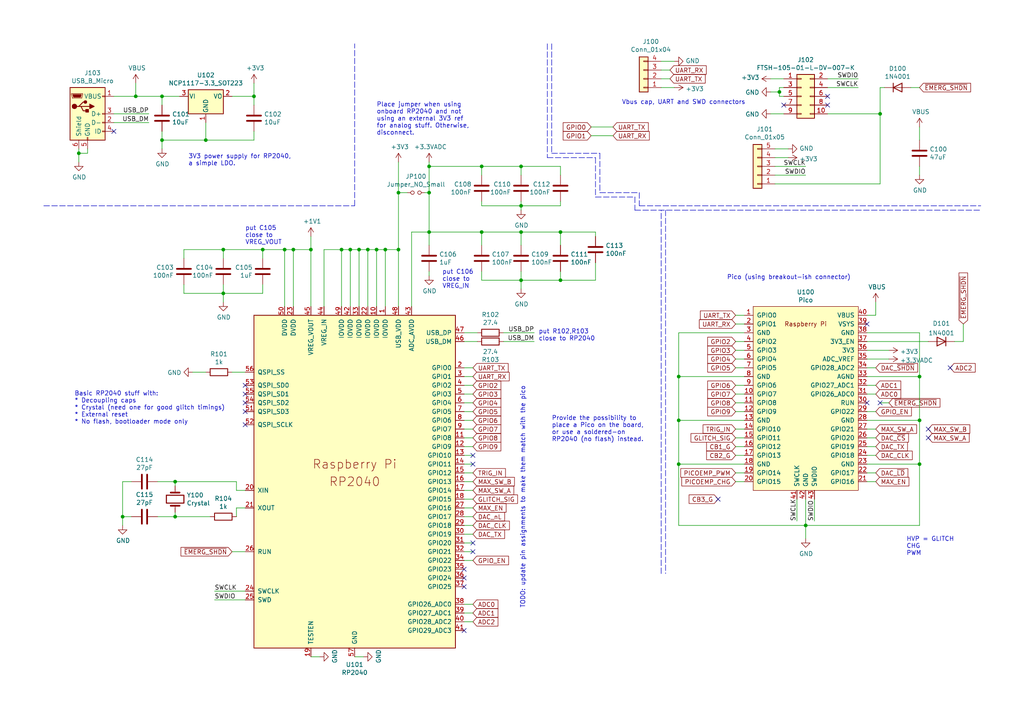
<source format=kicad_sch>
(kicad_sch (version 20211123) (generator eeschema)
  (paper "A4")
  (lib_symbols
    (symbol "Connector:USB_B_Micro" (pin_names (offset 1.016))
      (property "Reference" "J" (at -5.08 11.43 0))
      (property "Value" "USB_B_Micro" (at -5.08 8.89 0))
      (symbol "USB_B_Micro_1_1"
        (pin power_out line (at 7.62 5.08 180) (length 2.54) (name "VBUS") (number "1"))
        (pin bidirectional line (at 7.62 -2.54 180) (length 2.54) (name "D-") (number "2"))
        (pin bidirectional line (at 7.62 0 180) (length 2.54) (name "D+") (number "3"))
        (pin passive line (at 7.62 -5.08 180) (length 2.54) (name "ID") (number "4"))
        (pin power_out line (at 0 -10.16 90) (length 2.54) (name "GND") (number "5"))
        (pin passive line (at -2.54 -10.16 90) (length 2.54) (name "Shield") (number "6"))
      )
    )
    (symbol "Connector_Generic:Conn_01x04" (pin_names (offset 1.016) hide)
      (property "Reference" "J" (at 0 5.08 0))
      (property "Value" "Conn_01x04" (at 0 -7.62 0))
      (symbol "Conn_01x04_1_1"
        (pin passive line (at -5.08 2.54 0) (length 3.81) (name "Pin_1") (number "1"))
        (pin passive line (at -5.08 0 0) (length 3.81) (name "Pin_2") (number "2"))
        (pin passive line (at -5.08 -2.54 0) (length 3.81) (name "Pin_3") (number "3"))
        (pin passive line (at -5.08 -5.08 0) (length 3.81) (name "Pin_4") (number "4"))
      )
    )
    (symbol "Connector_Generic:Conn_01x05" (pin_names (offset 1.016) hide)
      (property "Reference" "J" (at 0 7.62 0))
      (property "Value" "Conn_01x05" (at 0 -7.62 0))
      (symbol "Conn_01x05_1_1"
        (pin passive line (at -5.08 5.08 0) (length 3.81) (name "Pin_1") (number "1"))
        (pin passive line (at -5.08 2.54 0) (length 3.81) (name "Pin_2") (number "2"))
        (pin passive line (at -5.08 0 0) (length 3.81) (name "Pin_3") (number "3"))
        (pin passive line (at -5.08 -2.54 0) (length 3.81) (name "Pin_4") (number "4"))
        (pin passive line (at -5.08 -5.08 0) (length 3.81) (name "Pin_5") (number "5"))
      )
    )
    (symbol "Connector_Generic:Conn_02x05_Odd_Even" (pin_names (offset 1.016) hide)
      (property "Reference" "J" (at 1.27 7.62 0))
      (property "Value" "Conn_02x05_Odd_Even" (at 1.27 -7.62 0))
      (symbol "Conn_02x05_Odd_Even_1_1"
        (pin passive line (at -5.08 5.08 0) (length 3.81) (name "Pin_1") (number "1"))
        (pin passive line (at 7.62 -5.08 180) (length 3.81) (name "Pin_10") (number "10"))
        (pin passive line (at 7.62 5.08 180) (length 3.81) (name "Pin_2") (number "2"))
        (pin passive line (at -5.08 2.54 0) (length 3.81) (name "Pin_3") (number "3"))
        (pin passive line (at 7.62 2.54 180) (length 3.81) (name "Pin_4") (number "4"))
        (pin passive line (at -5.08 0 0) (length 3.81) (name "Pin_5") (number "5"))
        (pin passive line (at 7.62 0 180) (length 3.81) (name "Pin_6") (number "6"))
        (pin passive line (at -5.08 -2.54 0) (length 3.81) (name "Pin_7") (number "7"))
        (pin passive line (at 7.62 -2.54 180) (length 3.81) (name "Pin_8") (number "8"))
        (pin passive line (at -5.08 -5.08 0) (length 3.81) (name "Pin_9") (number "9"))
      )
    )
    (symbol "Device:C" (pin_numbers hide) (pin_names (offset 0.254))
      (property "Reference" "C" (at 0.635 2.54 0))
      (property "Value" "C" (at 0.635 -2.54 0))
      (symbol "C_1_1"
        (pin passive line (at 0 3.81 270) (length 2.794) (name "~") (number "1"))
        (pin passive line (at 0 -3.81 90) (length 2.794) (name "~") (number "2"))
      )
    )
    (symbol "Device:Crystal" (pin_numbers hide) (pin_names (offset 1.016) hide)
      (property "Reference" "Y" (at 0 3.81 0))
      (property "Value" "Crystal" (at 0 -3.81 0))
      (symbol "Crystal_1_1"
        (pin passive line (at -3.81 0 0) (length 1.27) (name "1") (number "1"))
        (pin passive line (at 3.81 0 180) (length 1.27) (name "2") (number "2"))
      )
    )
    (symbol "Device:D" (pin_numbers hide) (pin_names (offset 1.016) hide)
      (property "Reference" "D" (at 0 2.54 0))
      (property "Value" "D" (at 0 -2.54 0))
      (symbol "D_1_1"
        (pin passive line (at -3.81 0 0) (length 2.54) (name "K") (number "1"))
        (pin passive line (at 3.81 0 180) (length 2.54) (name "A") (number "2"))
      )
    )
    (symbol "Device:Jumper_NO_Small" (pin_numbers hide) (pin_names (offset 0.762) hide)
      (property "Reference" "JP" (at 0 2.032 0))
      (property "Value" "Device_Jumper_NO_Small" (at 0.254 -1.524 0))
      (symbol "Jumper_NO_Small_0_1"
        (pin passive line (at -2.54 0 0) (length 1.016) (name "1") (number "1"))
        (pin passive line (at 2.54 0 180) (length 1.016) (name "2") (number "2"))
      )
    )
    (symbol "Device:R" (pin_numbers hide) (pin_names (offset 0))
      (property "Reference" "R" (at 2.032 0 90))
      (property "Value" "R" (at 0 0 90))
      (symbol "R_1_1"
        (pin passive line (at 0 3.81 270) (length 1.27) (name "~") (number "1"))
        (pin passive line (at 0 -3.81 90) (length 1.27) (name "~") (number "2"))
      )
    )
    (symbol "Diode:1N4001" (pin_numbers hide) (pin_names (offset 1.016) hide)
      (property "Reference" "D" (at 0 2.54 0))
      (property "Value" "1N4001" (at 0 -2.54 0))
      (symbol "1N4001_1_1"
        (pin passive line (at -3.81 0 0) (length 2.54) (name "K") (number "1"))
        (pin passive line (at 3.81 0 180) (length 2.54) (name "A") (number "2"))
      )
    )
    (symbol "MCU_RaspberryPi_and_Boards:Pico" (pin_names (offset 1.016))
      (property "Reference" "U" (at -13.97 27.94 0))
      (property "Value" "Pico" (at 0 19.05 0))
      (symbol "Pico_0_0"
        (text "Raspberry Pi" (at 0 21.59 0) (effects (font (size 1.27 1.27))))
      )
      (symbol "Pico_1_1"
        (pin bidirectional line (at -17.78 24.13 0) (length 2.54) (name "GPIO0") (number "1"))
        (pin bidirectional line (at -17.78 1.27 0) (length 2.54) (name "GPIO7") (number "10"))
        (pin bidirectional line (at -17.78 -1.27 0) (length 2.54) (name "GPIO8") (number "11"))
        (pin bidirectional line (at -17.78 -3.81 0) (length 2.54) (name "GPIO9") (number "12"))
        (pin power_in line (at -17.78 -6.35 0) (length 2.54) (name "GND") (number "13"))
        (pin bidirectional line (at -17.78 -8.89 0) (length 2.54) (name "GPIO10") (number "14"))
        (pin bidirectional line (at -17.78 -11.43 0) (length 2.54) (name "GPIO11") (number "15"))
        (pin bidirectional line (at -17.78 -13.97 0) (length 2.54) (name "GPIO12") (number "16"))
        (pin bidirectional line (at -17.78 -16.51 0) (length 2.54) (name "GPIO13") (number "17"))
        (pin power_in line (at -17.78 -19.05 0) (length 2.54) (name "GND") (number "18"))
        (pin bidirectional line (at -17.78 -21.59 0) (length 2.54) (name "GPIO14") (number "19"))
        (pin bidirectional line (at -17.78 21.59 0) (length 2.54) (name "GPIO1") (number "2"))
        (pin bidirectional line (at -17.78 -24.13 0) (length 2.54) (name "GPIO15") (number "20"))
        (pin bidirectional line (at 17.78 -24.13 180) (length 2.54) (name "GPIO16") (number "21"))
        (pin bidirectional line (at 17.78 -21.59 180) (length 2.54) (name "GPIO17") (number "22"))
        (pin power_in line (at 17.78 -19.05 180) (length 2.54) (name "GND") (number "23"))
        (pin bidirectional line (at 17.78 -16.51 180) (length 2.54) (name "GPIO18") (number "24"))
        (pin bidirectional line (at 17.78 -13.97 180) (length 2.54) (name "GPIO19") (number "25"))
        (pin bidirectional line (at 17.78 -11.43 180) (length 2.54) (name "GPIO20") (number "26"))
        (pin bidirectional line (at 17.78 -8.89 180) (length 2.54) (name "GPIO21") (number "27"))
        (pin power_in line (at 17.78 -6.35 180) (length 2.54) (name "GND") (number "28"))
        (pin bidirectional line (at 17.78 -3.81 180) (length 2.54) (name "GPIO22") (number "29"))
        (pin power_in line (at -17.78 19.05 0) (length 2.54) (name "GND") (number "3"))
        (pin input line (at 17.78 -1.27 180) (length 2.54) (name "RUN") (number "30"))
        (pin bidirectional line (at 17.78 1.27 180) (length 2.54) (name "GPIO26_ADC0") (number "31"))
        (pin bidirectional line (at 17.78 3.81 180) (length 2.54) (name "GPIO27_ADC1") (number "32"))
        (pin power_in line (at 17.78 6.35 180) (length 2.54) (name "AGND") (number "33"))
        (pin bidirectional line (at 17.78 8.89 180) (length 2.54) (name "GPIO28_ADC2") (number "34"))
        (pin unspecified line (at 17.78 11.43 180) (length 2.54) (name "ADC_VREF") (number "35"))
        (pin unspecified line (at 17.78 13.97 180) (length 2.54) (name "3V3") (number "36"))
        (pin input line (at 17.78 16.51 180) (length 2.54) (name "3V3_EN") (number "37"))
        (pin bidirectional line (at 17.78 19.05 180) (length 2.54) (name "GND") (number "38"))
        (pin unspecified line (at 17.78 21.59 180) (length 2.54) (name "VSYS") (number "39"))
        (pin bidirectional line (at -17.78 16.51 0) (length 2.54) (name "GPIO2") (number "4"))
        (pin unspecified line (at 17.78 24.13 180) (length 2.54) (name "VBUS") (number "40"))
        (pin input line (at -2.54 -29.21 90) (length 2.54) (name "SWCLK") (number "41"))
        (pin power_in line (at 0 -29.21 90) (length 2.54) (name "GND") (number "42"))
        (pin bidirectional line (at 2.54 -29.21 90) (length 2.54) (name "SWDIO") (number "43"))
        (pin bidirectional line (at -17.78 13.97 0) (length 2.54) (name "GPIO3") (number "5"))
        (pin bidirectional line (at -17.78 11.43 0) (length 2.54) (name "GPIO4") (number "6"))
        (pin bidirectional line (at -17.78 8.89 0) (length 2.54) (name "GPIO5") (number "7"))
        (pin power_in line (at -17.78 6.35 0) (length 2.54) (name "GND") (number "8"))
        (pin bidirectional line (at -17.78 3.81 0) (length 2.54) (name "GPIO6") (number "9"))
      )
    )
    (symbol "MCU_RaspberryPi_and_Boards:RP2040" (pin_names (offset 1.016))
      (property "Reference" "U" (at -29.21 49.53 0))
      (property "Value" "RP2040" (at 24.13 -49.53 0))
      (symbol "RP2040_0_0"
        (text "Raspberry Pi" (at 0 5.08 0) (effects (font (size 2.54 2.54))))
        (text "RP2040" (at 0 0 0) (effects (font (size 2.54 2.54))))
      )
      (symbol "RP2040_1_1"
        (pin power_in line (at 8.89 50.8 270) (length 2.54) (name "IOVDD") (number "1"))
        (pin power_in line (at 6.35 50.8 270) (length 2.54) (name "IOVDD") (number "10"))
        (pin bidirectional line (at 31.75 12.7 180) (length 2.54) (name "GPIO8") (number "11"))
        (pin bidirectional line (at 31.75 10.16 180) (length 2.54) (name "GPIO9") (number "12"))
        (pin bidirectional line (at 31.75 7.62 180) (length 2.54) (name "GPIO10") (number "13"))
        (pin bidirectional line (at 31.75 5.08 180) (length 2.54) (name "GPIO11") (number "14"))
        (pin bidirectional line (at 31.75 2.54 180) (length 2.54) (name "GPIO12") (number "15"))
        (pin bidirectional line (at 31.75 0 180) (length 2.54) (name "GPIO13") (number "16"))
        (pin bidirectional line (at 31.75 -2.54 180) (length 2.54) (name "GPIO14") (number "17"))
        (pin bidirectional line (at 31.75 -5.08 180) (length 2.54) (name "GPIO15") (number "18"))
        (pin passive line (at -12.7 -50.8 90) (length 2.54) (name "TESTEN") (number "19"))
        (pin bidirectional line (at 31.75 33.02 180) (length 2.54) (name "GPIO0") (number "2"))
        (pin input line (at -31.75 -2.54 0) (length 2.54) (name "XIN") (number "20"))
        (pin passive line (at -31.75 -7.62 0) (length 2.54) (name "XOUT") (number "21"))
        (pin power_in line (at 3.81 50.8 270) (length 2.54) (name "IOVDD") (number "22"))
        (pin power_in line (at -17.78 50.8 270) (length 2.54) (name "DVDD") (number "23"))
        (pin output line (at -31.75 -31.75 0) (length 2.54) (name "SWCLK") (number "24"))
        (pin bidirectional line (at -31.75 -34.29 0) (length 2.54) (name "SWD") (number "25"))
        (pin input line (at -31.75 -20.32 0) (length 2.54) (name "RUN") (number "26"))
        (pin bidirectional line (at 31.75 -7.62 180) (length 2.54) (name "GPIO16") (number "27"))
        (pin bidirectional line (at 31.75 -10.16 180) (length 2.54) (name "GPIO17") (number "28"))
        (pin bidirectional line (at 31.75 -12.7 180) (length 2.54) (name "GPIO18") (number "29"))
        (pin bidirectional line (at 31.75 30.48 180) (length 2.54) (name "GPIO1") (number "3"))
        (pin bidirectional line (at 31.75 -15.24 180) (length 2.54) (name "GPIO19") (number "30"))
        (pin bidirectional line (at 31.75 -17.78 180) (length 2.54) (name "GPIO20") (number "31"))
        (pin bidirectional line (at 31.75 -20.32 180) (length 2.54) (name "GPIO21") (number "32"))
        (pin power_in line (at 1.27 50.8 270) (length 2.54) (name "IOVDD") (number "33"))
        (pin bidirectional line (at 31.75 -22.86 180) (length 2.54) (name "GPIO22") (number "34"))
        (pin bidirectional line (at 31.75 -25.4 180) (length 2.54) (name "GPIO23") (number "35"))
        (pin bidirectional line (at 31.75 -27.94 180) (length 2.54) (name "GPIO24") (number "36"))
        (pin bidirectional line (at 31.75 -30.48 180) (length 2.54) (name "GPIO25") (number "37"))
        (pin bidirectional line (at 31.75 -35.56 180) (length 2.54) (name "GPIO26_ADC0") (number "38"))
        (pin bidirectional line (at 31.75 -38.1 180) (length 2.54) (name "GPIO27_ADC1") (number "39"))
        (pin bidirectional line (at 31.75 27.94 180) (length 2.54) (name "GPIO2") (number "4"))
        (pin bidirectional line (at 31.75 -40.64 180) (length 2.54) (name "GPIO28_ADC2") (number "40"))
        (pin bidirectional line (at 31.75 -43.18 180) (length 2.54) (name "GPIO29_ADC3") (number "41"))
        (pin power_in line (at -1.27 50.8 270) (length 2.54) (name "IOVDD") (number "42"))
        (pin power_in line (at 16.51 50.8 270) (length 2.54) (name "ADC_AVDD") (number "43"))
        (pin power_in line (at -8.89 50.8 270) (length 2.54) (name "VREG_IN") (number "44"))
        (pin power_out line (at -12.7 50.8 270) (length 2.54) (name "VREG_VOUT") (number "45"))
        (pin bidirectional line (at 31.75 40.64 180) (length 2.54) (name "USB_DM") (number "46"))
        (pin bidirectional line (at 31.75 43.18 180) (length 2.54) (name "USB_DP") (number "47"))
        (pin power_in line (at 12.7 50.8 270) (length 2.54) (name "USB_VDD") (number "48"))
        (pin power_in line (at -3.81 50.8 270) (length 2.54) (name "IOVDD") (number "49"))
        (pin bidirectional line (at 31.75 25.4 180) (length 2.54) (name "GPIO3") (number "5"))
        (pin power_in line (at -20.32 50.8 270) (length 2.54) (name "DVDD") (number "50"))
        (pin bidirectional line (at -31.75 20.32 0) (length 2.54) (name "QSPI_SD3") (number "51"))
        (pin output line (at -31.75 16.51 0) (length 2.54) (name "QSPI_SCLK") (number "52"))
        (pin bidirectional line (at -31.75 27.94 0) (length 2.54) (name "QSPI_SD0") (number "53"))
        (pin bidirectional line (at -31.75 22.86 0) (length 2.54) (name "QSPI_SD2") (number "54"))
        (pin bidirectional line (at -31.75 25.4 0) (length 2.54) (name "QSPI_SD1") (number "55"))
        (pin bidirectional line (at -31.75 31.75 0) (length 2.54) (name "QSPI_SS") (number "56"))
        (pin power_in line (at 0 -50.8 90) (length 2.54) (name "GND") (number "57"))
        (pin bidirectional line (at 31.75 22.86 180) (length 2.54) (name "GPIO4") (number "6"))
        (pin bidirectional line (at 31.75 20.32 180) (length 2.54) (name "GPIO5") (number "7"))
        (pin bidirectional line (at 31.75 17.78 180) (length 2.54) (name "GPIO6") (number "8"))
        (pin bidirectional line (at 31.75 15.24 180) (length 2.54) (name "GPIO7") (number "9"))
      )
    )
    (symbol "Regulator_Linear:NCP1117-3.3_SOT223" (pin_names (offset 0.254))
      (property "Reference" "U" (at -3.81 3.175 0))
      (property "Value" "NCP1117-3.3_SOT223" (at 0 3.175 0))
      (symbol "NCP1117-3.3_SOT223_1_1"
        (pin power_in line (at 0 -7.62 90) (length 2.54) (name "GND") (number "1"))
        (pin power_out line (at 7.62 0 180) (length 2.54) (name "VO") (number "2"))
        (pin power_in line (at -7.62 0 0) (length 2.54) (name "VI") (number "3"))
      )
    )
    (symbol "power:+1V1" (power) (pin_names (offset 0))
      (property "Value" "+1V1" (at 0 3.556 0))
      (symbol "+1V1_1_1"
        (pin power_in line (at 0 0 90) (length 0) hide (name "+1V1") (number "1"))
      )
    )
    (symbol "power:+3.3VADC" (power) (pin_names (offset 0))
      (property "Value" "+3.3VADC" (at 0 2.54 0))
      (symbol "+3.3VADC_0_0"
        (pin power_in line (at 0 0 90) (length 0) hide (name "+3.3VADC") (number "1"))
      )
    )
    (symbol "power:+3V3" (power) (pin_names (offset 0))
      (property "Value" "+3V3" (at 0 3.556 0))
      (symbol "+3V3_1_1"
        (pin power_in line (at 0 0 90) (length 0) hide (name "+3V3") (number "1"))
      )
    )
    (symbol "power:GND" (power) (pin_names (offset 0))
      (property "Value" "GND" (at 0 -3.81 0))
      (symbol "GND_1_1"
        (pin power_in line (at 0 0 270) (length 0) hide (name "GND") (number "1"))
      )
    )
    (symbol "power:VBUS" (power) (pin_names (offset 0))
      (property "Value" "VBUS" (at 0 3.81 0))
      (symbol "VBUS_1_1"
        (pin power_in line (at 0 0 90) (length 0) hide (name "VBUS") (number "1"))
      )
    )
  )
  (junction (at 233.68 152.4))
  (junction (at 151.13 81.28))
  (junction (at 82.55 72.39))
  (junction (at 266.7 109.22))
  (junction (at 90.17 72.39))
  (junction (at 59.69 40.64))
  (junction (at 162.56 67.31))
  (junction (at 104.14 72.39))
  (junction (at 106.68 72.39))
  (junction (at 115.57 55.88))
  (junction (at 124.46 55.88))
  (junction (at 196.85 134.62))
  (junction (at 76.2 72.39))
  (junction (at 255.27 33.02))
  (junction (at 111.76 72.39))
  (junction (at 109.22 72.39))
  (junction (at 139.7 67.31))
  (junction (at 99.06 72.39))
  (junction (at 115.57 72.39))
  (junction (at 46.99 40.64))
  (junction (at 139.7 48.26))
  (junction (at 124.46 67.31))
  (junction (at 39.37 27.94))
  (junction (at 196.85 109.22))
  (junction (at 124.46 48.26))
  (junction (at 50.8 139.7))
  (junction (at 266.7 121.92))
  (junction (at 266.7 134.62))
  (junction (at 151.13 59.69))
  (junction (at 50.8 149.86))
  (junction (at 22.86 44.45))
  (junction (at 64.77 85.09))
  (junction (at 85.09 72.39))
  (junction (at 151.13 67.31))
  (junction (at 226.06 26.67))
  (junction (at 151.13 48.26))
  (junction (at 35.56 149.86))
  (junction (at 64.77 72.39))
  (junction (at 196.85 121.92))
  (junction (at 101.6 72.39))
  (junction (at 73.66 27.94))
  (junction (at 46.99 27.94))
  (junction (at 162.56 81.28))
  (no_connect (at 251.46 116.84))
  (no_connect (at 269.24 127))
  (no_connect (at 269.24 124.46))
  (no_connect (at 134.62 170.18))
  (no_connect (at 134.62 182.88))
  (no_connect (at 71.12 114.3))
  (no_connect (at 71.12 123.19))
  (no_connect (at 227.33 30.48))
  (no_connect (at 137.16 160.02))
  (no_connect (at 33.02 38.1))
  (no_connect (at 255.27 116.84))
  (no_connect (at 71.12 111.76))
  (no_connect (at 240.03 27.94))
  (no_connect (at 134.62 167.64))
  (no_connect (at 251.46 93.98))
  (no_connect (at 275.59 106.68))
  (no_connect (at 137.16 132.08))
  (no_connect (at 137.16 134.62))
  (no_connect (at 137.16 157.48))
  (no_connect (at 208.28 144.78))
  (no_connect (at 134.62 165.1))
  (no_connect (at 71.12 119.38))
  (no_connect (at 240.03 30.48))
  (no_connect (at 71.12 116.84))
  (wire (pts (xy 67.31 107.95) (xy 71.12 107.95)))
  (wire (pts (xy 215.9 129.54) (xy 213.36 129.54)))
  (wire (pts (xy 137.16 157.48) (xy 134.62 157.48)))
  (wire (pts (xy 115.57 55.88) (xy 115.57 72.39)))
  (wire (pts (xy 139.7 67.31) (xy 151.13 67.31)))
  (wire (pts (xy 71.12 142.24) (xy 68.58 142.24)))
  (wire (pts (xy 226.06 26.67) (xy 223.52 26.67)))
  (wire (pts (xy 53.34 85.09) (xy 53.34 82.55)))
  (wire (pts (xy 53.34 72.39) (xy 64.77 72.39)))
  (wire (pts (xy 196.85 121.92) (xy 196.85 134.62)))
  (wire (pts (xy 251.46 132.08) (xy 254 132.08)))
  (wire (pts (xy 134.62 106.68) (xy 137.16 106.68)))
  (wire (pts (xy 151.13 59.69) (xy 162.56 59.69)))
  (wire (pts (xy 266.7 134.62) (xy 266.7 121.92)))
  (wire (pts (xy 134.62 119.38) (xy 137.16 119.38)))
  (wire (pts (xy 139.7 81.28) (xy 139.7 78.74)))
  (wire (pts (xy 146.05 96.52) (xy 154.94 96.52)))
  (wire (pts (xy 215.9 96.52) (xy 196.85 96.52)))
  (wire (pts (xy 266.7 40.64) (xy 266.7 36.83)))
  (polyline (pts (xy 185.42 55.88) (xy 185.42 59.69)))
  (wire (pts (xy 233.68 152.4) (xy 233.68 156.21)))
  (wire (pts (xy 226.06 27.94) (xy 227.33 27.94)))
  (polyline (pts (xy 173.99 44.45) (xy 173.99 55.88)))
  (wire (pts (xy 226.06 26.67) (xy 226.06 27.94)))
  (wire (pts (xy 50.8 140.97) (xy 50.8 139.7)))
  (wire (pts (xy 134.62 111.76) (xy 137.16 111.76)))
  (wire (pts (xy 137.16 124.46) (xy 134.62 124.46)))
  (wire (pts (xy 73.66 27.94) (xy 73.66 30.48)))
  (wire (pts (xy 134.62 132.08) (xy 137.16 132.08)))
  (wire (pts (xy 213.36 119.38) (xy 215.9 119.38)))
  (wire (pts (xy 162.56 59.69) (xy 162.56 58.42)))
  (wire (pts (xy 76.2 72.39) (xy 76.2 74.93)))
  (wire (pts (xy 171.45 36.83) (xy 177.8 36.83)))
  (wire (pts (xy 119.38 67.31) (xy 119.38 88.9)))
  (wire (pts (xy 257.81 101.6) (xy 251.46 101.6)))
  (wire (pts (xy 134.62 137.16) (xy 137.16 137.16)))
  (wire (pts (xy 266.7 50.8) (xy 266.7 48.26)))
  (wire (pts (xy 196.85 121.92) (xy 196.85 109.22)))
  (wire (pts (xy 151.13 81.28) (xy 139.7 81.28)))
  (wire (pts (xy 251.46 111.76) (xy 254 111.76)))
  (wire (pts (xy 137.16 177.8) (xy 134.62 177.8)))
  (wire (pts (xy 266.7 109.22) (xy 251.46 109.22)))
  (wire (pts (xy 171.45 39.37) (xy 177.8 39.37)))
  (wire (pts (xy 137.16 144.78) (xy 134.62 144.78)))
  (wire (pts (xy 45.72 149.86) (xy 50.8 149.86)))
  (polyline (pts (xy 158.75 12.7) (xy 158.75 45.72)))
  (polyline (pts (xy 172.72 57.15) (xy 184.15 57.15)))
  (wire (pts (xy 213.36 106.68) (xy 215.9 106.68)))
  (wire (pts (xy 224.79 53.34) (xy 255.27 53.34)))
  (wire (pts (xy 137.16 162.56) (xy 134.62 162.56)))
  (wire (pts (xy 73.66 40.64) (xy 73.66 38.1)))
  (wire (pts (xy 213.36 139.7) (xy 215.9 139.7)))
  (wire (pts (xy 162.56 81.28) (xy 151.13 81.28)))
  (wire (pts (xy 151.13 78.74) (xy 151.13 81.28)))
  (wire (pts (xy 255.27 53.34) (xy 255.27 33.02)))
  (wire (pts (xy 124.46 55.88) (xy 124.46 67.31)))
  (wire (pts (xy 52.07 27.94) (xy 46.99 27.94)))
  (wire (pts (xy 134.62 147.32) (xy 137.16 147.32)))
  (wire (pts (xy 46.99 43.18) (xy 46.99 40.64)))
  (wire (pts (xy 46.99 40.64) (xy 59.69 40.64)))
  (wire (pts (xy 139.7 67.31) (xy 139.7 71.12)))
  (wire (pts (xy 172.72 67.31) (xy 172.72 68.58)))
  (wire (pts (xy 111.76 72.39) (xy 115.57 72.39)))
  (wire (pts (xy 137.16 134.62) (xy 134.62 134.62)))
  (wire (pts (xy 105.41 190.5) (xy 102.87 190.5)))
  (wire (pts (xy 257.81 116.84) (xy 255.27 116.84)))
  (wire (pts (xy 124.46 55.88) (xy 124.46 48.26)))
  (wire (pts (xy 233.68 144.78) (xy 233.68 152.4)))
  (wire (pts (xy 101.6 88.9) (xy 101.6 72.39)))
  (wire (pts (xy 35.56 139.7) (xy 38.1 139.7)))
  (wire (pts (xy 251.46 91.44) (xy 254 91.44)))
  (wire (pts (xy 266.7 96.52) (xy 251.46 96.52)))
  (wire (pts (xy 139.7 58.42) (xy 139.7 59.69)))
  (wire (pts (xy 213.36 127) (xy 215.9 127)))
  (wire (pts (xy 255.27 25.4) (xy 255.27 33.02)))
  (wire (pts (xy 139.7 48.26) (xy 139.7 50.8)))
  (wire (pts (xy 134.62 127) (xy 137.16 127)))
  (wire (pts (xy 64.77 72.39) (xy 64.77 74.93)))
  (wire (pts (xy 50.8 139.7) (xy 68.58 139.7)))
  (wire (pts (xy 172.72 76.2) (xy 172.72 81.28)))
  (wire (pts (xy 213.36 132.08) (xy 215.9 132.08)))
  (wire (pts (xy 134.62 121.92) (xy 137.16 121.92)))
  (wire (pts (xy 224.79 48.26) (xy 233.68 48.26)))
  (wire (pts (xy 109.22 72.39) (xy 111.76 72.39)))
  (wire (pts (xy 93.98 88.9) (xy 93.98 72.39)))
  (wire (pts (xy 191.77 17.78) (xy 195.58 17.78)))
  (wire (pts (xy 134.62 99.06) (xy 138.43 99.06)))
  (wire (pts (xy 162.56 78.74) (xy 162.56 81.28)))
  (wire (pts (xy 137.16 149.86) (xy 134.62 149.86)))
  (wire (pts (xy 137.16 116.84) (xy 134.62 116.84)))
  (wire (pts (xy 196.85 109.22) (xy 215.9 109.22)))
  (wire (pts (xy 266.7 121.92) (xy 251.46 121.92)))
  (polyline (pts (xy 158.75 45.72) (xy 172.72 45.72)))
  (wire (pts (xy 240.03 33.02) (xy 255.27 33.02)))
  (polyline (pts (xy 191.77 166.37) (xy 191.77 60.96)))
  (wire (pts (xy 25.4 44.45) (xy 25.4 43.18)))
  (wire (pts (xy 224.79 43.18) (xy 228.6 43.18)))
  (wire (pts (xy 134.62 180.34) (xy 137.16 180.34)))
  (wire (pts (xy 115.57 46.99) (xy 115.57 55.88)))
  (wire (pts (xy 115.57 88.9) (xy 115.57 72.39)))
  (wire (pts (xy 104.14 72.39) (xy 106.68 72.39)))
  (wire (pts (xy 151.13 48.26) (xy 162.56 48.26)))
  (wire (pts (xy 67.31 27.94) (xy 73.66 27.94)))
  (wire (pts (xy 255.27 25.4) (xy 256.54 25.4)))
  (wire (pts (xy 254 119.38) (xy 251.46 119.38)))
  (wire (pts (xy 60.96 149.86) (xy 50.8 149.86)))
  (wire (pts (xy 46.99 40.64) (xy 46.99 38.1)))
  (wire (pts (xy 266.7 152.4) (xy 266.7 134.62)))
  (wire (pts (xy 82.55 72.39) (xy 82.55 88.9)))
  (wire (pts (xy 68.58 139.7) (xy 68.58 142.24)))
  (wire (pts (xy 33.02 33.02) (xy 43.18 33.02)))
  (wire (pts (xy 264.16 25.4) (xy 266.7 25.4)))
  (wire (pts (xy 254 137.16) (xy 251.46 137.16)))
  (wire (pts (xy 64.77 85.09) (xy 76.2 85.09)))
  (polyline (pts (xy 160.02 44.45) (xy 173.99 44.45)))
  (wire (pts (xy 196.85 152.4) (xy 233.68 152.4)))
  (wire (pts (xy 254 91.44) (xy 254 87.63)))
  (wire (pts (xy 146.05 99.06) (xy 154.94 99.06)))
  (wire (pts (xy 35.56 152.4) (xy 35.56 149.86)))
  (wire (pts (xy 123.19 55.88) (xy 124.46 55.88)))
  (wire (pts (xy 139.7 48.26) (xy 151.13 48.26)))
  (wire (pts (xy 68.58 147.32) (xy 71.12 147.32)))
  (wire (pts (xy 118.11 55.88) (xy 115.57 55.88)))
  (wire (pts (xy 251.46 99.06) (xy 269.24 99.06)))
  (wire (pts (xy 134.62 96.52) (xy 138.43 96.52)))
  (wire (pts (xy 279.4 99.06) (xy 276.86 99.06)))
  (wire (pts (xy 233.68 152.4) (xy 266.7 152.4)))
  (wire (pts (xy 124.46 71.12) (xy 124.46 67.31)))
  (wire (pts (xy 240.03 25.4) (xy 248.92 25.4)))
  (wire (pts (xy 134.62 160.02) (xy 137.16 160.02)))
  (wire (pts (xy 99.06 72.39) (xy 101.6 72.39)))
  (wire (pts (xy 39.37 24.13) (xy 39.37 27.94)))
  (wire (pts (xy 38.1 149.86) (xy 35.56 149.86)))
  (polyline (pts (xy 185.42 59.69) (xy 284.48 59.69)))
  (wire (pts (xy 226.06 25.4) (xy 226.06 26.67)))
  (wire (pts (xy 162.56 67.31) (xy 172.72 67.31)))
  (wire (pts (xy 240.03 22.86) (xy 248.92 22.86)))
  (wire (pts (xy 101.6 72.39) (xy 104.14 72.39)))
  (wire (pts (xy 251.46 127) (xy 254 127)))
  (wire (pts (xy 215.9 124.46) (xy 213.36 124.46)))
  (wire (pts (xy 99.06 88.9) (xy 99.06 72.39)))
  (wire (pts (xy 50.8 149.86) (xy 50.8 148.59)))
  (wire (pts (xy 35.56 149.86) (xy 35.56 139.7)))
  (wire (pts (xy 137.16 154.94) (xy 134.62 154.94)))
  (wire (pts (xy 62.23 171.45) (xy 71.12 171.45)))
  (polyline (pts (xy 184.15 57.15) (xy 184.15 60.96)))
  (wire (pts (xy 227.33 33.02) (xy 223.52 33.02)))
  (wire (pts (xy 64.77 82.55) (xy 64.77 85.09)))
  (wire (pts (xy 151.13 81.28) (xy 151.13 83.82)))
  (wire (pts (xy 137.16 139.7) (xy 134.62 139.7)))
  (wire (pts (xy 151.13 59.69) (xy 151.13 60.96)))
  (wire (pts (xy 134.62 175.26) (xy 137.16 175.26)))
  (polyline (pts (xy 172.72 45.72) (xy 172.72 57.15)))
  (polyline (pts (xy 173.99 55.88) (xy 185.42 55.88)))
  (wire (pts (xy 254 124.46) (xy 251.46 124.46)))
  (wire (pts (xy 213.36 93.98) (xy 215.9 93.98)))
  (wire (pts (xy 137.16 129.54) (xy 134.62 129.54)))
  (wire (pts (xy 62.23 173.99) (xy 71.12 173.99)))
  (wire (pts (xy 162.56 48.26) (xy 162.56 50.8)))
  (wire (pts (xy 106.68 88.9) (xy 106.68 72.39)))
  (wire (pts (xy 124.46 48.26) (xy 139.7 48.26)))
  (polyline (pts (xy 193.04 60.96) (xy 193.04 166.37)))
  (wire (pts (xy 67.31 160.02) (xy 71.12 160.02)))
  (wire (pts (xy 55.88 107.95) (xy 59.69 107.95)))
  (wire (pts (xy 106.68 72.39) (xy 109.22 72.39)))
  (wire (pts (xy 90.17 190.5) (xy 92.71 190.5)))
  (wire (pts (xy 39.37 27.94) (xy 46.99 27.94)))
  (wire (pts (xy 151.13 67.31) (xy 151.13 71.12)))
  (wire (pts (xy 134.62 152.4) (xy 137.16 152.4)))
  (wire (pts (xy 85.09 72.39) (xy 90.17 72.39)))
  (wire (pts (xy 53.34 85.09) (xy 64.77 85.09)))
  (wire (pts (xy 151.13 48.26) (xy 151.13 50.8)))
  (wire (pts (xy 22.86 44.45) (xy 22.86 43.18)))
  (wire (pts (xy 104.14 88.9) (xy 104.14 72.39)))
  (wire (pts (xy 227.33 25.4) (xy 226.06 25.4)))
  (wire (pts (xy 172.72 81.28) (xy 162.56 81.28)))
  (wire (pts (xy 90.17 68.58) (xy 90.17 72.39)))
  (wire (pts (xy 257.81 104.14) (xy 251.46 104.14)))
  (wire (pts (xy 266.7 121.92) (xy 266.7 109.22)))
  (polyline (pts (xy 102.87 59.69) (xy 102.87 12.7)))
  (wire (pts (xy 93.98 72.39) (xy 99.06 72.39)))
  (wire (pts (xy 137.16 109.22) (xy 134.62 109.22)))
  (wire (pts (xy 196.85 134.62) (xy 215.9 134.62)))
  (wire (pts (xy 68.58 149.86) (xy 68.58 147.32)))
  (wire (pts (xy 85.09 72.39) (xy 85.09 88.9)))
  (wire (pts (xy 76.2 72.39) (xy 82.55 72.39)))
  (wire (pts (xy 111.76 88.9) (xy 111.76 72.39)))
  (wire (pts (xy 215.9 137.16) (xy 213.36 137.16)))
  (wire (pts (xy 82.55 72.39) (xy 85.09 72.39)))
  (wire (pts (xy 254 114.3) (xy 251.46 114.3)))
  (wire (pts (xy 227.33 22.86) (xy 223.52 22.86)))
  (wire (pts (xy 64.77 72.39) (xy 76.2 72.39)))
  (wire (pts (xy 33.02 35.56) (xy 43.18 35.56)))
  (wire (pts (xy 215.9 121.92) (xy 196.85 121.92)))
  (wire (pts (xy 194.31 20.32) (xy 191.77 20.32)))
  (wire (pts (xy 39.37 27.94) (xy 33.02 27.94)))
  (wire (pts (xy 266.7 109.22) (xy 266.7 96.52)))
  (polyline (pts (xy 184.15 60.96) (xy 284.48 60.96)))
  (wire (pts (xy 50.8 139.7) (xy 45.72 139.7)))
  (wire (pts (xy 191.77 25.4) (xy 195.58 25.4)))
  (wire (pts (xy 64.77 85.09) (xy 64.77 87.63)))
  (wire (pts (xy 266.7 134.62) (xy 251.46 134.62)))
  (wire (pts (xy 124.46 67.31) (xy 139.7 67.31)))
  (wire (pts (xy 215.9 99.06) (xy 213.36 99.06)))
  (wire (pts (xy 59.69 40.64) (xy 59.69 35.56)))
  (wire (pts (xy 46.99 27.94) (xy 46.99 30.48)))
  (wire (pts (xy 215.9 101.6) (xy 213.36 101.6)))
  (wire (pts (xy 224.79 45.72) (xy 228.6 45.72)))
  (wire (pts (xy 224.79 50.8) (xy 233.68 50.8)))
  (wire (pts (xy 231.14 144.78) (xy 231.14 151.13)))
  (wire (pts (xy 151.13 67.31) (xy 162.56 67.31)))
  (wire (pts (xy 279.4 93.98) (xy 279.4 99.06)))
  (wire (pts (xy 251.46 139.7) (xy 254 139.7)))
  (wire (pts (xy 196.85 134.62) (xy 196.85 152.4)))
  (wire (pts (xy 151.13 58.42) (xy 151.13 59.69)))
  (wire (pts (xy 215.9 91.44) (xy 213.36 91.44)))
  (wire (pts (xy 139.7 59.69) (xy 151.13 59.69)))
  (wire (pts (xy 134.62 114.3) (xy 137.16 114.3)))
  (wire (pts (xy 213.36 104.14) (xy 215.9 104.14)))
  (wire (pts (xy 124.46 80.01) (xy 124.46 78.74)))
  (wire (pts (xy 162.56 67.31) (xy 162.56 71.12)))
  (wire (pts (xy 76.2 82.55) (xy 76.2 85.09)))
  (wire (pts (xy 196.85 96.52) (xy 196.85 109.22)))
  (wire (pts (xy 191.77 22.86) (xy 194.31 22.86)))
  (wire (pts (xy 215.9 111.76) (xy 213.36 111.76)))
  (wire (pts (xy 251.46 106.68) (xy 254 106.68)))
  (wire (pts (xy 124.46 67.31) (xy 119.38 67.31)))
  (wire (pts (xy 109.22 88.9) (xy 109.22 72.39)))
  (wire (pts (xy 53.34 74.93) (xy 53.34 72.39)))
  (wire (pts (xy 254 129.54) (xy 251.46 129.54)))
  (wire (pts (xy 59.69 40.64) (xy 73.66 40.64)))
  (wire (pts (xy 22.86 44.45) (xy 25.4 44.45)))
  (wire (pts (xy 22.86 46.99) (xy 22.86 44.45)))
  (wire (pts (xy 134.62 142.24) (xy 137.16 142.24)))
  (wire (pts (xy 73.66 27.94) (xy 73.66 24.13)))
  (wire (pts (xy 124.46 48.26) (xy 124.46 46.99)))
  (wire (pts (xy 215.9 116.84) (xy 213.36 116.84)))
  (wire (pts (xy 90.17 72.39) (xy 90.17 88.9)))
  (wire (pts (xy 236.22 144.78) (xy 236.22 151.13)))
  (wire (pts (xy 213.36 114.3) (xy 215.9 114.3)))
  (polyline (pts (xy 160.02 12.7) (xy 160.02 44.45)))
  (polyline (pts (xy 12.7 59.69) (xy 102.87 59.69)))
  (text "Place jumper when using\nonboard RP2040 and not\nusing an external 3V3 ref\nfor analog stuff. Otherwise,\ndisconnect." (at 109.22 39.37 0) (effects (font (size 1.27 1.27)) (justify left bottom)))
  (text "TODO: update pin assignments to make them match with the pico" (at 152.4 176.53 90) (effects (font (size 1.27 1.27)) (justify left bottom)))
  (text "put C106\nclose to\nVREG_IN" (at 128.27 83.82 0) (effects (font (size 1.27 1.27)) (justify left bottom)))
  (text "Vbus cap, UART and SWD connectors" (at 180.34 30.48 0) (effects (font (size 1.27 1.27)) (justify left bottom)))
  (text "HVP = GLITCH\nCHG\nPWM" (at 262.89 161.29 0) (effects (font (size 1.27 1.27)) (justify left bottom)))
  (text "put C105\nclose to\nVREG_VOUT" (at 71.12 71.12 0) (effects (font (size 1.27 1.27)) (justify left bottom)))
  (text "Pico (using breakout-ish connector)" (at 210.82 81.28 0) (effects (font (size 1.27 1.27)) (justify left bottom)))
  (text "3V3 power supply for RP2040,\na simple LDO." (at 54.61 48.26 0) (effects (font (size 1.27 1.27)) (justify left bottom)))
  (text "put R102,R103\nclose to RP2040" (at 156.21 99.06 0) (effects (font (size 1.27 1.27)) (justify left bottom)))
  (text "Basic RP2040 stuff with:\n* Decoupling caps\n* Crystal (need one for good glitch timings)\n* External reset\n* No flash, bootloader mode only" (at 21.59 123.19 0) (effects (font (size 1.27 1.27)) (justify left bottom)))
  (text "Provide the possibility to\nplace a Pico on the board,\nor use a soldered-on\nRP2040 (no flash) instead." (at 160.02 128.27 0) (effects (font (size 1.27 1.27)) (justify left bottom)))
  (label "SWCLK" (at 233.68 48.26 180))
  (label "USB_DM" (at 43.18 35.56 180))
  (label "SWCLK" (at 62.23 171.45 0))
  (label "USB_DM" (at 154.94 99.06 180))
  (label "SWDIO" (at 236.22 151.13 90))
  (label "SWDIO" (at 248.92 22.86 180))
  (label "USB_DP" (at 43.18 33.02 180))
  (label "SWCLK" (at 248.92 25.4 180))
  (label "USB_DP" (at 154.94 96.52 180))
  (label "SWDIO" (at 62.23 173.99 0))
  (label "SWDIO" (at 233.68 50.8 180))
  (label "SWCLK" (at 231.14 151.13 90))
  (global_label "CB1_G" (shape input) (at 213.36 129.54 180) (property "Intersheet References" "${INTERSHEET_REFS}" (effects hide)))
  (global_label "GPIO2" (shape input) (at 137.16 111.76 0) (property "Intersheet References" "${INTERSHEET_REFS}" (effects hide)))
  (global_label "~{EMERG_SHDN}" (shape input) (at 67.31 160.02 180) (property "Intersheet References" "${INTERSHEET_REFS}" (effects hide)))
  (global_label "ADC0" (shape input) (at 137.16 175.26 0) (property "Intersheet References" "${INTERSHEET_REFS}" (effects hide)))
  (global_label "DAC_~{LD}" (shape input) (at 254 137.16 0) (property "Intersheet References" "${INTERSHEET_REFS}" (effects hide)))
  (global_label "TRIG_IN" (shape input) (at 137.16 137.16 0) (property "Intersheet References" "${INTERSHEET_REFS}" (effects hide)))
  (global_label "ADC2" (shape input) (at 275.59 106.68 0) (property "Intersheet References" "${INTERSHEET_REFS}" (effects hide)))
  (global_label "TRIG_IN" (shape input) (at 213.36 124.46 180) (property "Intersheet References" "${INTERSHEET_REFS}" (effects hide)))
  (global_label "MAX_SW_A" (shape input) (at 254 124.46 0) (property "Intersheet References" "${INTERSHEET_REFS}" (effects hide)))
  (global_label "ADC1" (shape input) (at 137.16 177.8 0) (property "Intersheet References" "${INTERSHEET_REFS}" (effects hide)))
  (global_label "GPIO_EN" (shape input) (at 137.16 162.56 0) (property "Intersheet References" "${INTERSHEET_REFS}" (effects hide)))
  (global_label "MAX_SW_B" (shape input) (at 137.16 139.7 0) (property "Intersheet References" "${INTERSHEET_REFS}" (effects hide)))
  (global_label "GPIO7" (shape input) (at 137.16 124.46 0) (property "Intersheet References" "${INTERSHEET_REFS}" (effects hide)))
  (global_label "DAC_~{CS}" (shape input) (at 254 127 0) (property "Intersheet References" "${INTERSHEET_REFS}" (effects hide)))
  (global_label "MAX_SW_A" (shape input) (at 269.24 127 0) (property "Intersheet References" "${INTERSHEET_REFS}" (effects hide)))
  (global_label "UART_RX" (shape input) (at 177.8 39.37 0) (property "Intersheet References" "${INTERSHEET_REFS}" (effects hide)))
  (global_label "GPIO5" (shape input) (at 213.36 106.68 180) (property "Intersheet References" "${INTERSHEET_REFS}" (effects hide)))
  (global_label "~{EMERG_SHDN}" (shape input) (at 266.7 25.4 0) (property "Intersheet References" "${INTERSHEET_REFS}" (effects hide)))
  (global_label "GPIO4" (shape input) (at 213.36 104.14 180) (property "Intersheet References" "${INTERSHEET_REFS}" (effects hide)))
  (global_label "MAX_SW_A" (shape input) (at 137.16 142.24 0) (property "Intersheet References" "${INTERSHEET_REFS}" (effects hide)))
  (global_label "GLITCH_SIG" (shape input) (at 137.16 144.78 0) (property "Intersheet References" "${INTERSHEET_REFS}" (effects hide)))
  (global_label "~{EMERG_SHDN}" (shape input) (at 279.4 93.98 90) (property "Intersheet References" "${INTERSHEET_REFS}" (effects hide)))
  (global_label "GPIO7" (shape input) (at 213.36 114.3 180) (property "Intersheet References" "${INTERSHEET_REFS}" (effects hide)))
  (global_label "DAC_~{SHDN}" (shape input) (at 254 106.68 0) (property "Intersheet References" "${INTERSHEET_REFS}" (effects hide)))
  (global_label "CB3_G" (shape input) (at 208.28 144.78 180) (property "Intersheet References" "${INTERSHEET_REFS}" (effects hide)))
  (global_label "ADC1" (shape input) (at 254 111.76 0) (property "Intersheet References" "${INTERSHEET_REFS}" (effects hide)))
  (global_label "~{EMERG_SHDN}" (shape input) (at 257.81 116.84 0) (property "Intersheet References" "${INTERSHEET_REFS}" (effects hide)))
  (global_label "GPIO6" (shape input) (at 137.16 121.92 0) (property "Intersheet References" "${INTERSHEET_REFS}" (effects hide)))
  (global_label "UART_RX" (shape input) (at 213.36 93.98 180) (property "Intersheet References" "${INTERSHEET_REFS}" (effects hide)))
  (global_label "DAC_nL" (shape input) (at 137.16 149.86 0) (property "Intersheet References" "${INTERSHEET_REFS}" (effects hide)))
  (global_label "CB2_G" (shape input) (at 213.36 132.08 180) (property "Intersheet References" "${INTERSHEET_REFS}" (effects hide)))
  (global_label "GPIO3" (shape input) (at 213.36 101.6 180) (property "Intersheet References" "${INTERSHEET_REFS}" (effects hide)))
  (global_label "UART_TX" (shape input) (at 137.16 106.68 0) (property "Intersheet References" "${INTERSHEET_REFS}" (effects hide)))
  (global_label "GPIO6" (shape input) (at 213.36 111.76 180) (property "Intersheet References" "${INTERSHEET_REFS}" (effects hide)))
  (global_label "GPIO8" (shape input) (at 137.16 127 0) (property "Intersheet References" "${INTERSHEET_REFS}" (effects hide)))
  (global_label "DAC_CLK" (shape input) (at 254 132.08 0) (property "Intersheet References" "${INTERSHEET_REFS}" (effects hide)))
  (global_label "GPIO3" (shape input) (at 137.16 114.3 0) (property "Intersheet References" "${INTERSHEET_REFS}" (effects hide)))
  (global_label "DAC_TX" (shape input) (at 254 129.54 0) (property "Intersheet References" "${INTERSHEET_REFS}" (effects hide)))
  (global_label "DAC_TX" (shape input) (at 137.16 154.94 0) (property "Intersheet References" "${INTERSHEET_REFS}" (effects hide)))
  (global_label "PICOEMP_PWM" (shape input) (at 213.36 137.16 180) (property "Intersheet References" "${INTERSHEET_REFS}" (effects hide)))
  (global_label "GPIO4" (shape input) (at 137.16 116.84 0) (property "Intersheet References" "${INTERSHEET_REFS}" (effects hide)))
  (global_label "UART_TX" (shape input) (at 194.31 22.86 0) (property "Intersheet References" "${INTERSHEET_REFS}" (effects hide)))
  (global_label "GPIO1" (shape input) (at 171.45 39.37 180) (property "Intersheet References" "${INTERSHEET_REFS}" (effects hide)))
  (global_label "ADC2" (shape input) (at 137.16 180.34 0) (property "Intersheet References" "${INTERSHEET_REFS}" (effects hide)))
  (global_label "MAX_EN" (shape input) (at 254 139.7 0) (property "Intersheet References" "${INTERSHEET_REFS}" (effects hide)))
  (global_label "UART_TX" (shape input) (at 177.8 36.83 0) (property "Intersheet References" "${INTERSHEET_REFS}" (effects hide)))
  (global_label "MAX_SW_B" (shape input) (at 269.24 124.46 0) (property "Intersheet References" "${INTERSHEET_REFS}" (effects hide)))
  (global_label "UART_RX" (shape input) (at 194.31 20.32 0) (property "Intersheet References" "${INTERSHEET_REFS}" (effects hide)))
  (global_label "GPIO2" (shape input) (at 213.36 99.06 180) (property "Intersheet References" "${INTERSHEET_REFS}" (effects hide)))
  (global_label "GPIO9" (shape input) (at 213.36 119.38 180) (property "Intersheet References" "${INTERSHEET_REFS}" (effects hide)))
  (global_label "GPIO9" (shape input) (at 137.16 129.54 0) (property "Intersheet References" "${INTERSHEET_REFS}" (effects hide)))
  (global_label "GPIO8" (shape input) (at 213.36 116.84 180) (property "Intersheet References" "${INTERSHEET_REFS}" (effects hide)))
  (global_label "ADC0" (shape input) (at 254 114.3 0) (property "Intersheet References" "${INTERSHEET_REFS}" (effects hide)))
  (global_label "GPIO0" (shape input) (at 171.45 36.83 180) (property "Intersheet References" "${INTERSHEET_REFS}" (effects hide)))
  (global_label "GPIO_EN" (shape input) (at 254 119.38 0) (property "Intersheet References" "${INTERSHEET_REFS}" (effects hide)))
  (global_label "MAX_EN" (shape input) (at 137.16 147.32 0) (property "Intersheet References" "${INTERSHEET_REFS}" (effects hide)))
  (global_label "GPIO5" (shape input) (at 137.16 119.38 0) (property "Intersheet References" "${INTERSHEET_REFS}" (effects hide)))
  (global_label "PICOEMP_CHG" (shape input) (at 213.36 139.7 180) (property "Intersheet References" "${INTERSHEET_REFS}" (effects hide)))
  (global_label "GLITCH_SIG" (shape input) (at 213.36 127 180) (property "Intersheet References" "${INTERSHEET_REFS}" (effects hide)))
  (global_label "UART_TX" (shape input) (at 213.36 91.44 180) (property "Intersheet References" "${INTERSHEET_REFS}" (effects hide)))
  (global_label "UART_RX" (shape input) (at 137.16 109.22 0) (property "Intersheet References" "${INTERSHEET_REFS}" (effects hide)))
  (global_label "DAC_CLK" (shape input) (at 137.16 152.4 0) (property "Intersheet References" "${INTERSHEET_REFS}" (effects hide)))
  (symbol (lib_id "MCU_RaspberryPi_and_Boards:Pico") (at 233.68 115.57 0) (unit 1)
    (property "Reference" "U100" (at 233.68 84.709 0))
    (property "Value" "Pico" (at 233.68 87.0204 0))
    (property "Footprint" "MCU_RaspberryPi_and_Boards:RPi_Pico_SMD_TH" (effects hide))
  )
  (symbol (lib_id "MCU_RaspberryPi_and_Boards:RP2040") (at 102.87 139.7 0) (unit 1) (in_bom no) (on_board no)
    (property "Reference" "U101" (at 102.87 192.7606 0))
    (property "Value" "RP2040" (at 102.87 195.072 0))
    (property "Footprint" "MCU_RaspberryPi_and_Boards:RP2040-QFN-56" (effects hide))
  )
  (symbol (lib_id "power:GND") (at 233.68 156.21 0) (unit 1)
    (property "Reference" "#PWR0102" (effects hide))
    (property "Value" "GND" (at 233.807 160.6042 0))
  )
  (symbol (lib_id "power:VBUS") (at 254 87.63 0) (unit 1)
    (property "Reference" "#PWR0103" (effects hide))
    (property "Value" "VBUS" (at 254.381 83.2358 0))
  )
  (symbol (lib_id "power:+3V3") (at 257.81 101.6 270) (unit 1)
    (property "Reference" "#PWR0104" (effects hide))
    (property "Value" "+3V3" (at 261.0612 101.981 90) (effects (justify left)))
  )
  (symbol (lib_id "power:+3.3VADC") (at 257.81 104.14 270) (unit 1)
    (property "Reference" "#PWR0105" (effects hide))
    (property "Value" "+3.3VADC" (at 261.0612 104.521 90) (effects (justify left)))
  )
  (symbol (lib_id "power:VBUS") (at 266.7 36.83 0) (unit 1)
    (property "Reference" "#PWR0106" (effects hide))
    (property "Value" "VBUS" (at 267.081 32.4358 0))
  )
  (symbol (lib_id "Device:C") (at 266.7 44.45 0) (unit 1)
    (property "Reference" "C100" (at 269.621 43.2816 0) (effects (justify left)))
    (property "Value" "47uF" (at 269.621 45.593 0) (effects (justify left)))
    (property "Footprint" "Capacitor_THT:CP_Radial_D4.0mm_P2.00mm" (effects hide))
  )
  (symbol (lib_id "power:GND") (at 266.7 50.8 0) (unit 1)
    (property "Reference" "#PWR0107" (effects hide))
    (property "Value" "GND" (at 266.827 55.1942 0))
  )
  (symbol (lib_id "Device:D") (at 260.35 25.4 0) (unit 1)
    (property "Reference" "D100" (at 260.35 19.8882 0))
    (property "Value" "1N4001" (at 260.35 22.1996 0))
    (property "Footprint" "Diode_SMD:D_SOD-123" (effects hide))
  )
  (symbol (lib_id "Connector_Generic:Conn_02x05_Odd_Even") (at 232.41 27.94 0) (unit 1)
    (property "Reference" "J102" (at 233.68 17.3482 0))
    (property "Value" "FTSH-105-01-L-DV-007-K" (at 233.68 19.6596 0))
    (property "Footprint" "lethalbit-connectors:FTSH-105-01-L-DV-K-TR" (effects hide))
  )
  (symbol (lib_id "power:+3V3") (at 223.52 22.86 90) (unit 1)
    (property "Reference" "#PWR0112" (effects hide))
    (property "Value" "+3V3" (at 220.2688 22.479 90) (effects (justify left)))
  )
  (symbol (lib_id "power:GND") (at 223.52 26.67 270) (unit 1)
    (property "Reference" "#PWR0113" (effects hide))
    (property "Value" "GND" (at 220.2688 26.797 90) (effects (justify right)))
  )
  (symbol (lib_id "power:GND") (at 223.52 33.02 270) (unit 1)
    (property "Reference" "#PWR0114" (effects hide))
    (property "Value" "GND" (at 220.2688 33.147 90) (effects (justify right)))
  )
  (symbol (lib_id "Connector:USB_B_Micro") (at 25.4 33.02 0) (unit 1) (in_bom no) (on_board no)
    (property "Reference" "J103" (at 26.8478 21.1582 0))
    (property "Value" "USB_B_Micro" (at 26.8478 23.4696 0))
    (property "Footprint" "Connector_USB:USB_Micro-B_Wuerth_629105150521" (effects hide))
  )
  (symbol (lib_id "Regulator_Linear:NCP1117-3.3_SOT223") (at 59.69 27.94 0) (unit 1) (in_bom no) (on_board no)
    (property "Reference" "U102" (at 59.69 21.7932 0))
    (property "Value" "NCP1117-3.3_SOT223" (at 59.69 24.1046 0))
    (property "Footprint" "Package_TO_SOT_SMD:SOT-223-3_TabPin2" (effects hide))
    (property "Datasheet" "http://www.onsemi.com/pub_link/Collateral/NCP1117-D.PDF" (effects hide))
  )
  (symbol (lib_id "power:VBUS") (at 39.37 24.13 0) (unit 1)
    (property "Reference" "#PWR0115" (effects hide))
    (property "Value" "VBUS" (at 39.751 19.7358 0))
  )
  (symbol (lib_id "power:GND") (at 22.86 46.99 0) (unit 1)
    (property "Reference" "#PWR0116" (effects hide))
    (property "Value" "GND" (at 22.987 51.3842 0))
  )
  (symbol (lib_id "Device:C") (at 46.99 34.29 0) (unit 1) (in_bom no) (on_board no)
    (property "Reference" "C101" (at 49.911 33.1216 0) (effects (justify left)))
    (property "Value" "10uF" (at 49.911 35.433 0) (effects (justify left)))
    (property "Footprint" "Capacitor_SMD:C_0603_1608Metric_Pad1.08x0.95mm_HandSolder" (effects hide))
  )
  (symbol (lib_id "power:GND") (at 46.99 43.18 0) (unit 1)
    (property "Reference" "#PWR0117" (effects hide))
    (property "Value" "GND" (at 47.117 47.5742 0))
  )
  (symbol (lib_id "Device:C") (at 73.66 34.29 0) (unit 1) (in_bom no) (on_board no)
    (property "Reference" "C102" (at 76.581 33.1216 0) (effects (justify left)))
    (property "Value" "10uF" (at 76.581 35.433 0) (effects (justify left)))
    (property "Footprint" "Capacitor_SMD:C_0603_1608Metric_Pad1.08x0.95mm_HandSolder" (effects hide))
  )
  (symbol (lib_id "power:+3V3") (at 73.66 24.13 0) (unit 1)
    (property "Reference" "#PWR0118" (effects hide))
    (property "Value" "+3V3" (at 74.041 19.7358 0))
  )
  (symbol (lib_id "power:GND") (at 92.71 190.5 90) (unit 1)
    (property "Reference" "#PWR0119" (effects hide))
    (property "Value" "GND" (at 97.1042 190.373 0))
  )
  (symbol (lib_id "power:GND") (at 105.41 190.5 90) (unit 1)
    (property "Reference" "#PWR0120" (effects hide))
    (property "Value" "GND" (at 109.8042 190.373 0))
  )
  (symbol (lib_id "Device:C") (at 64.77 78.74 0) (mirror y) (unit 1) (in_bom no) (on_board no)
    (property "Reference" "C104" (at 61.849 77.5716 0) (effects (justify left)))
    (property "Value" "100nF" (at 61.849 79.883 0) (effects (justify left)))
    (property "Footprint" "Capacitor_SMD:C_0603_1608Metric_Pad1.08x0.95mm_HandSolder" (effects hide))
  )
  (symbol (lib_id "Device:C") (at 76.2 78.74 0) (mirror y) (unit 1) (in_bom no) (on_board no)
    (property "Reference" "C105" (at 73.279 77.5716 0) (effects (justify left)))
    (property "Value" "1uF" (at 73.279 79.883 0) (effects (justify left)))
    (property "Footprint" "Capacitor_SMD:C_0603_1608Metric_Pad1.08x0.95mm_HandSolder" (effects hide))
  )
  (symbol (lib_id "Device:C") (at 53.34 78.74 0) (mirror y) (unit 1) (in_bom no) (on_board no)
    (property "Reference" "C103" (at 50.419 77.5716 0) (effects (justify left)))
    (property "Value" "100nF" (at 50.419 79.883 0) (effects (justify left)))
    (property "Footprint" "Capacitor_SMD:C_0603_1608Metric_Pad1.08x0.95mm_HandSolder" (effects hide))
  )
  (symbol (lib_id "power:GND") (at 64.77 87.63 0) (unit 1)
    (property "Reference" "#PWR0121" (effects hide))
    (property "Value" "GND" (at 64.897 92.0242 0))
  )
  (symbol (lib_id "power:+1V1") (at 90.17 68.58 0) (unit 1)
    (property "Reference" "#PWR0122" (effects hide))
    (property "Value" "+1V1" (at 90.551 64.1858 0))
  )
  (symbol (lib_id "power:+3V3") (at 115.57 46.99 0) (unit 1)
    (property "Reference" "#PWR0123" (effects hide))
    (property "Value" "+3V3" (at 115.951 42.5958 0))
  )
  (symbol (lib_id "power:+3.3VADC") (at 124.46 46.99 0) (unit 1)
    (property "Reference" "#PWR0124" (effects hide))
    (property "Value" "+3.3VADC" (at 124.841 42.5958 0))
  )
  (symbol (lib_id "Device:C") (at 124.46 74.93 0) (unit 1) (in_bom no) (on_board no)
    (property "Reference" "C106" (at 127.381 73.7616 0) (effects (justify left)))
    (property "Value" "1uF" (at 127.381 76.073 0) (effects (justify left)))
    (property "Footprint" "Capacitor_SMD:C_0603_1608Metric_Pad1.08x0.95mm_HandSolder" (effects hide))
  )
  (symbol (lib_id "power:GND") (at 124.46 80.01 0) (unit 1)
    (property "Reference" "#PWR0125" (effects hide))
    (property "Value" "GND" (at 124.587 84.4042 0))
  )
  (symbol (lib_id "Device:C") (at 139.7 74.93 0) (unit 1) (in_bom no) (on_board no)
    (property "Reference" "C107" (at 142.621 73.7616 0) (effects (justify left)))
    (property "Value" "100nF" (at 142.621 76.073 0) (effects (justify left)))
    (property "Footprint" "Capacitor_SMD:C_0603_1608Metric_Pad1.08x0.95mm_HandSolder" (effects hide))
  )
  (symbol (lib_id "Device:C") (at 151.13 74.93 0) (unit 1) (in_bom no) (on_board no)
    (property "Reference" "C109" (at 154.051 73.7616 0) (effects (justify left)))
    (property "Value" "100nF" (at 154.051 76.073 0) (effects (justify left)))
    (property "Footprint" "Capacitor_SMD:C_0603_1608Metric_Pad1.08x0.95mm_HandSolder" (effects hide))
  )
  (symbol (lib_id "Device:C") (at 162.56 74.93 0) (unit 1) (in_bom no) (on_board no)
    (property "Reference" "C111" (at 165.481 73.7616 0) (effects (justify left)))
    (property "Value" "100nF" (at 165.481 76.073 0) (effects (justify left)))
    (property "Footprint" "Capacitor_SMD:C_0603_1608Metric_Pad1.08x0.95mm_HandSolder" (effects hide))
  )
  (symbol (lib_id "Device:C") (at 139.7 54.61 0) (mirror y) (unit 1) (in_bom no) (on_board no)
    (property "Reference" "C108" (at 136.779 53.4416 0) (effects (justify left)))
    (property "Value" "100nF" (at 136.779 55.753 0) (effects (justify left)))
    (property "Footprint" "Capacitor_SMD:C_0603_1608Metric_Pad1.08x0.95mm_HandSolder" (effects hide))
  )
  (symbol (lib_id "Device:C") (at 151.13 54.61 0) (mirror y) (unit 1) (in_bom no) (on_board no)
    (property "Reference" "C110" (at 148.209 53.4416 0) (effects (justify left)))
    (property "Value" "100nF" (at 148.209 55.753 0) (effects (justify left)))
    (property "Footprint" "Capacitor_SMD:C_0603_1608Metric_Pad1.08x0.95mm_HandSolder" (effects hide))
  )
  (symbol (lib_id "Device:C") (at 162.56 54.61 0) (mirror y) (unit 1) (in_bom no) (on_board no)
    (property "Reference" "C112" (at 159.639 53.4416 0) (effects (justify left)))
    (property "Value" "100nF" (at 159.639 55.753 0) (effects (justify left)))
    (property "Footprint" "Capacitor_SMD:C_0603_1608Metric_Pad1.08x0.95mm_HandSolder" (effects hide))
  )
  (symbol (lib_id "Device:C") (at 172.72 72.39 0) (unit 1) (in_bom no) (on_board no)
    (property "Reference" "C113" (at 175.641 71.2216 0) (effects (justify left)))
    (property "Value" "100nF" (at 175.641 73.533 0) (effects (justify left)))
    (property "Footprint" "Capacitor_SMD:C_0603_1608Metric_Pad1.08x0.95mm_HandSolder" (effects hide))
  )
  (symbol (lib_id "power:GND") (at 151.13 83.82 0) (unit 1)
    (property "Reference" "#PWR0126" (effects hide))
    (property "Value" "GND" (at 151.257 88.2142 0))
  )
  (symbol (lib_id "power:GND") (at 151.13 60.96 0) (unit 1)
    (property "Reference" "#PWR0127" (effects hide))
    (property "Value" "GND" (at 151.257 65.3542 0))
  )
  (symbol (lib_id "Device:R") (at 63.5 107.95 270) (unit 1) (in_bom no) (on_board no)
    (property "Reference" "R101" (at 63.5 102.6922 90))
    (property "Value" "1k" (at 63.5 105.0036 90))
    (property "Footprint" "Resistor_SMD:R_0603_1608Metric_Pad0.98x0.95mm_HandSolder" (effects hide))
  )
  (symbol (lib_id "power:GND") (at 55.88 107.95 270) (unit 1)
    (property "Reference" "#PWR0129" (effects hide))
    (property "Value" "GND" (at 52.6288 108.077 90) (effects (justify right)))
  )
  (symbol (lib_id "Device:R") (at 142.24 96.52 270) (unit 1) (in_bom no) (on_board no)
    (property "Reference" "R102" (at 142.24 91.2622 90))
    (property "Value" "27.4" (at 142.24 93.5736 90))
    (property "Footprint" "Resistor_SMD:R_0603_1608Metric_Pad0.98x0.95mm_HandSolder" (effects hide))
  )
  (symbol (lib_id "Device:R") (at 142.24 99.06 270) (mirror x) (unit 1) (in_bom no) (on_board no)
    (property "Reference" "R103" (at 142.24 104.3178 90))
    (property "Value" "27.4" (at 142.24 102.0064 90))
    (property "Footprint" "Resistor_SMD:R_0603_1608Metric_Pad0.98x0.95mm_HandSolder" (effects hide))
  )
  (symbol (lib_id "Device:R") (at 64.77 149.86 270) (unit 1) (in_bom no) (on_board no)
    (property "Reference" "R104" (at 64.77 144.6022 90))
    (property "Value" "1k" (at 64.77 146.9136 90))
    (property "Footprint" "Resistor_SMD:R_0603_1608Metric_Pad0.98x0.95mm_HandSolder" (effects hide))
  )
  (symbol (lib_id "Device:Crystal") (at 50.8 144.78 90) (unit 1) (in_bom no) (on_board no)
    (property "Reference" "Y100" (at 54.1274 143.6116 90) (effects (justify right)))
    (property "Value" "Crystal" (at 54.1274 145.923 90) (effects (justify right)))
    (property "Footprint" "MCU_RaspberryPi_and_Boards:Crystal_SMD_HC49-US" (effects hide))
  )
  (symbol (lib_id "Device:C") (at 41.91 139.7 270) (unit 1) (in_bom no) (on_board no)
    (property "Reference" "C114" (at 41.91 133.2992 90))
    (property "Value" "27pF" (at 41.91 135.6106 90))
    (property "Footprint" "Capacitor_SMD:C_0603_1608Metric_Pad1.08x0.95mm_HandSolder" (effects hide))
  )
  (symbol (lib_id "Device:C") (at 41.91 149.86 270) (unit 1) (in_bom no) (on_board no)
    (property "Reference" "C115" (at 41.91 143.4592 90))
    (property "Value" "27pF" (at 41.91 145.7706 90))
    (property "Footprint" "Capacitor_SMD:C_0603_1608Metric_Pad1.08x0.95mm_HandSolder" (effects hide))
  )
  (symbol (lib_id "power:GND") (at 35.56 152.4 0) (unit 1)
    (property "Reference" "#PWR0130" (effects hide))
    (property "Value" "GND" (at 35.687 156.7942 0))
  )
  (symbol (lib_id "Device:Jumper_NO_Small") (at 120.65 55.88 0) (unit 1) (in_bom no) (on_board no)
    (property "Reference" "JP100" (at 120.65 51.181 0))
    (property "Value" "Jumper_NO_Small" (at 120.65 53.4924 0))
    (property "Footprint" "Connector_PinHeader_2.54mm:PinHeader_1x02_P2.54mm_Vertical" (effects hide))
  )
  (symbol (lib_id "Connector_Generic:Conn_01x04") (at 186.69 22.86 180) (unit 1)
    (property "Reference" "J100" (at 188.7728 12.065 0))
    (property "Value" "Conn_01x04" (at 188.7728 14.3764 0))
    (property "Footprint" "Connector_PinHeader_2.54mm:PinHeader_1x04_P2.54mm_Vertical" (effects hide))
  )
  (symbol (lib_id "power:+3V3") (at 195.58 25.4 270) (unit 1)
    (property "Reference" "#PWR0110" (effects hide))
    (property "Value" "+3V3" (at 198.8312 25.781 90) (effects (justify left)))
  )
  (symbol (lib_id "power:GND") (at 195.58 17.78 90) (unit 1)
    (property "Reference" "#PWR0111" (effects hide))
    (property "Value" "GND" (at 198.8312 17.653 90) (effects (justify right)))
  )
  (symbol (lib_id "Connector_Generic:Conn_01x05") (at 219.71 48.26 180) (unit 1)
    (property "Reference" "J101" (at 221.7928 37.465 0))
    (property "Value" "Conn_01x05" (at 221.7928 39.7764 0))
    (property "Footprint" "Connector_PinHeader_2.54mm:PinHeader_1x05_P2.54mm_Vertical" (effects hide))
  )
  (symbol (lib_id "power:+3V3") (at 228.6 45.72 270) (unit 1)
    (property "Reference" "#PWR0151" (effects hide))
    (property "Value" "+3V3" (at 231.8512 46.101 90) (effects (justify left)))
  )
  (symbol (lib_id "power:GND") (at 228.6 43.18 90) (unit 1)
    (property "Reference" "#PWR0154" (effects hide))
    (property "Value" "GND" (at 231.8512 43.053 90) (effects (justify right)))
  )
  (symbol (lib_id "Diode:1N4001") (at 273.05 99.06 180) (unit 1)
    (property "Reference" "D101" (at 273.05 93.8235 0))
    (property "Value" "1N4001" (at 273.05 96.5986 0))
    (property "Footprint" "Diode_SMD:D_SOD-123" (effects hide))
    (property "Datasheet" "http://www.vishay.com/docs/88503/1n4001.pdf" (effects hide))
  )
)
</source>
